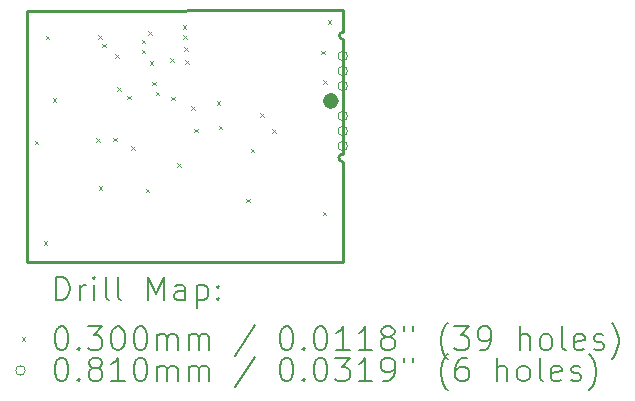
<source format=gbr>
%TF.GenerationSoftware,KiCad,Pcbnew,8.0.4+dfsg-1*%
%TF.CreationDate,2025-01-09T13:19:55-05:00*%
%TF.ProjectId,tag,7461672e-6b69-4636-9164-5f7063625858,1*%
%TF.SameCoordinates,Original*%
%TF.FileFunction,Drillmap*%
%TF.FilePolarity,Positive*%
%FSLAX45Y45*%
G04 Gerber Fmt 4.5, Leading zero omitted, Abs format (unit mm)*
G04 Created by KiCad (PCBNEW 8.0.4+dfsg-1) date 2025-01-09 13:19:55*
%MOMM*%
%LPD*%
G01*
G04 APERTURE LIST*
%ADD10C,0.254000*%
%ADD11C,0.250000*%
%ADD12C,0.677000*%
%ADD13C,0.200000*%
%ADD14C,0.100000*%
G04 APERTURE END LIST*
D10*
X8388000Y-2865000D02*
G75*
G02*
X8388000Y-2801000I0J32000D01*
G01*
D11*
X5709000Y-2622000D02*
X8388000Y-2619000D01*
D10*
X8383000Y-3899000D02*
G75*
G02*
X8383000Y-3835000I0J32000D01*
G01*
X8388000Y-2801000D02*
X8388000Y-2619000D01*
X8383000Y-3835000D02*
X8388000Y-2865000D01*
D12*
X8316850Y-3386000D02*
G75*
G02*
X8249150Y-3386000I-33850J0D01*
G01*
X8249150Y-3386000D02*
G75*
G02*
X8316850Y-3386000I33850J0D01*
G01*
D10*
X8383000Y-3899000D02*
X8382750Y-4750750D01*
X8382750Y-4750750D02*
X5710500Y-4750750D01*
X5710500Y-4750750D02*
X5709000Y-2622000D01*
D13*
D14*
X5777000Y-3722000D02*
X5807000Y-3752000D01*
X5807000Y-3722000D02*
X5777000Y-3752000D01*
X5853000Y-4575000D02*
X5883000Y-4605000D01*
X5883000Y-4575000D02*
X5853000Y-4605000D01*
X5869000Y-2832000D02*
X5899000Y-2862000D01*
X5899000Y-2832000D02*
X5869000Y-2862000D01*
X5927000Y-3362000D02*
X5957000Y-3392000D01*
X5957000Y-3362000D02*
X5927000Y-3392000D01*
X6295000Y-3702000D02*
X6325000Y-3732000D01*
X6325000Y-3702000D02*
X6295000Y-3732000D01*
X6311836Y-2828142D02*
X6341836Y-2858142D01*
X6341836Y-2828142D02*
X6311836Y-2858142D01*
X6318000Y-4109000D02*
X6348000Y-4139000D01*
X6348000Y-4109000D02*
X6318000Y-4139000D01*
X6347000Y-2900000D02*
X6377000Y-2930000D01*
X6377000Y-2900000D02*
X6347000Y-2930000D01*
X6443000Y-3699000D02*
X6473000Y-3729000D01*
X6473000Y-3699000D02*
X6443000Y-3729000D01*
X6456000Y-2989000D02*
X6486000Y-3019000D01*
X6486000Y-2989000D02*
X6456000Y-3019000D01*
X6476000Y-3269000D02*
X6506000Y-3299000D01*
X6506000Y-3269000D02*
X6476000Y-3299000D01*
X6560000Y-3341000D02*
X6590000Y-3371000D01*
X6590000Y-3341000D02*
X6560000Y-3371000D01*
X6593000Y-3771000D02*
X6623000Y-3801000D01*
X6623000Y-3771000D02*
X6593000Y-3801000D01*
X6684000Y-2868000D02*
X6714000Y-2898000D01*
X6714000Y-2868000D02*
X6684000Y-2898000D01*
X6684000Y-2951000D02*
X6714000Y-2981000D01*
X6714000Y-2951000D02*
X6684000Y-2981000D01*
X6718000Y-4130000D02*
X6748000Y-4160000D01*
X6748000Y-4130000D02*
X6718000Y-4160000D01*
X6738000Y-2795000D02*
X6768000Y-2825000D01*
X6768000Y-2795000D02*
X6738000Y-2825000D01*
X6750000Y-3050000D02*
X6780000Y-3080000D01*
X6780000Y-3050000D02*
X6750000Y-3080000D01*
X6772853Y-3224000D02*
X6802853Y-3254000D01*
X6802853Y-3224000D02*
X6772853Y-3254000D01*
X6799000Y-3308000D02*
X6829000Y-3338000D01*
X6829000Y-3308000D02*
X6799000Y-3338000D01*
X6922000Y-3022000D02*
X6952000Y-3052000D01*
X6952000Y-3022000D02*
X6922000Y-3052000D01*
X6934000Y-3351000D02*
X6964000Y-3381000D01*
X6964000Y-3351000D02*
X6934000Y-3381000D01*
X6984500Y-3911000D02*
X7014500Y-3941000D01*
X7014500Y-3911000D02*
X6984500Y-3941000D01*
X7031000Y-2744000D02*
X7061000Y-2774000D01*
X7061000Y-2744000D02*
X7031000Y-2774000D01*
X7033000Y-2831000D02*
X7063000Y-2861000D01*
X7063000Y-2831000D02*
X7033000Y-2861000D01*
X7042000Y-2931000D02*
X7072000Y-2961000D01*
X7072000Y-2931000D02*
X7042000Y-2961000D01*
X7050000Y-3040000D02*
X7080000Y-3070000D01*
X7080000Y-3040000D02*
X7050000Y-3070000D01*
X7100000Y-3429000D02*
X7130000Y-3459000D01*
X7130000Y-3429000D02*
X7100000Y-3459000D01*
X7129000Y-3622000D02*
X7159000Y-3652000D01*
X7159000Y-3622000D02*
X7129000Y-3652000D01*
X7317000Y-3389000D02*
X7347000Y-3419000D01*
X7347000Y-3389000D02*
X7317000Y-3419000D01*
X7335000Y-3596000D02*
X7365000Y-3626000D01*
X7365000Y-3596000D02*
X7335000Y-3626000D01*
X7566444Y-4214373D02*
X7596444Y-4244373D01*
X7596444Y-4214373D02*
X7566444Y-4244373D01*
X7605000Y-3789500D02*
X7635000Y-3819500D01*
X7635000Y-3789500D02*
X7605000Y-3819500D01*
X7686000Y-3490000D02*
X7716000Y-3520000D01*
X7716000Y-3490000D02*
X7686000Y-3520000D01*
X7786000Y-3623000D02*
X7816000Y-3653000D01*
X7816000Y-3623000D02*
X7786000Y-3653000D01*
X8200000Y-2962000D02*
X8230000Y-2992000D01*
X8230000Y-2962000D02*
X8200000Y-2992000D01*
X8215000Y-4324000D02*
X8245000Y-4354000D01*
X8245000Y-4324000D02*
X8215000Y-4354000D01*
X8217000Y-3208000D02*
X8247000Y-3238000D01*
X8247000Y-3208000D02*
X8217000Y-3238000D01*
X8257000Y-2702000D02*
X8287000Y-2732000D01*
X8287000Y-2702000D02*
X8257000Y-2732000D01*
X8424500Y-3005000D02*
G75*
G02*
X8343500Y-3005000I-40500J0D01*
G01*
X8343500Y-3005000D02*
G75*
G02*
X8424500Y-3005000I40500J0D01*
G01*
X8424500Y-3132000D02*
G75*
G02*
X8343500Y-3132000I-40500J0D01*
G01*
X8343500Y-3132000D02*
G75*
G02*
X8424500Y-3132000I40500J0D01*
G01*
X8424500Y-3259000D02*
G75*
G02*
X8343500Y-3259000I-40500J0D01*
G01*
X8343500Y-3259000D02*
G75*
G02*
X8424500Y-3259000I40500J0D01*
G01*
X8424500Y-3513000D02*
G75*
G02*
X8343500Y-3513000I-40500J0D01*
G01*
X8343500Y-3513000D02*
G75*
G02*
X8424500Y-3513000I40500J0D01*
G01*
X8424500Y-3640000D02*
G75*
G02*
X8343500Y-3640000I-40500J0D01*
G01*
X8343500Y-3640000D02*
G75*
G02*
X8424500Y-3640000I40500J0D01*
G01*
X8424500Y-3767000D02*
G75*
G02*
X8343500Y-3767000I-40500J0D01*
G01*
X8343500Y-3767000D02*
G75*
G02*
X8424500Y-3767000I40500J0D01*
G01*
D13*
X5957077Y-5074934D02*
X5957077Y-4874934D01*
X5957077Y-4874934D02*
X6004696Y-4874934D01*
X6004696Y-4874934D02*
X6033267Y-4884458D01*
X6033267Y-4884458D02*
X6052315Y-4903505D01*
X6052315Y-4903505D02*
X6061839Y-4922553D01*
X6061839Y-4922553D02*
X6071362Y-4960648D01*
X6071362Y-4960648D02*
X6071362Y-4989220D01*
X6071362Y-4989220D02*
X6061839Y-5027315D01*
X6061839Y-5027315D02*
X6052315Y-5046362D01*
X6052315Y-5046362D02*
X6033267Y-5065410D01*
X6033267Y-5065410D02*
X6004696Y-5074934D01*
X6004696Y-5074934D02*
X5957077Y-5074934D01*
X6157077Y-5074934D02*
X6157077Y-4941600D01*
X6157077Y-4979696D02*
X6166601Y-4960648D01*
X6166601Y-4960648D02*
X6176124Y-4951124D01*
X6176124Y-4951124D02*
X6195172Y-4941600D01*
X6195172Y-4941600D02*
X6214220Y-4941600D01*
X6280886Y-5074934D02*
X6280886Y-4941600D01*
X6280886Y-4874934D02*
X6271362Y-4884458D01*
X6271362Y-4884458D02*
X6280886Y-4893981D01*
X6280886Y-4893981D02*
X6290410Y-4884458D01*
X6290410Y-4884458D02*
X6280886Y-4874934D01*
X6280886Y-4874934D02*
X6280886Y-4893981D01*
X6404696Y-5074934D02*
X6385648Y-5065410D01*
X6385648Y-5065410D02*
X6376124Y-5046362D01*
X6376124Y-5046362D02*
X6376124Y-4874934D01*
X6509458Y-5074934D02*
X6490410Y-5065410D01*
X6490410Y-5065410D02*
X6480886Y-5046362D01*
X6480886Y-5046362D02*
X6480886Y-4874934D01*
X6738029Y-5074934D02*
X6738029Y-4874934D01*
X6738029Y-4874934D02*
X6804696Y-5017791D01*
X6804696Y-5017791D02*
X6871362Y-4874934D01*
X6871362Y-4874934D02*
X6871362Y-5074934D01*
X7052315Y-5074934D02*
X7052315Y-4970172D01*
X7052315Y-4970172D02*
X7042791Y-4951124D01*
X7042791Y-4951124D02*
X7023743Y-4941600D01*
X7023743Y-4941600D02*
X6985648Y-4941600D01*
X6985648Y-4941600D02*
X6966601Y-4951124D01*
X7052315Y-5065410D02*
X7033267Y-5074934D01*
X7033267Y-5074934D02*
X6985648Y-5074934D01*
X6985648Y-5074934D02*
X6966601Y-5065410D01*
X6966601Y-5065410D02*
X6957077Y-5046362D01*
X6957077Y-5046362D02*
X6957077Y-5027315D01*
X6957077Y-5027315D02*
X6966601Y-5008267D01*
X6966601Y-5008267D02*
X6985648Y-4998743D01*
X6985648Y-4998743D02*
X7033267Y-4998743D01*
X7033267Y-4998743D02*
X7052315Y-4989220D01*
X7147553Y-4941600D02*
X7147553Y-5141600D01*
X7147553Y-4951124D02*
X7166601Y-4941600D01*
X7166601Y-4941600D02*
X7204696Y-4941600D01*
X7204696Y-4941600D02*
X7223743Y-4951124D01*
X7223743Y-4951124D02*
X7233267Y-4960648D01*
X7233267Y-4960648D02*
X7242791Y-4979696D01*
X7242791Y-4979696D02*
X7242791Y-5036839D01*
X7242791Y-5036839D02*
X7233267Y-5055886D01*
X7233267Y-5055886D02*
X7223743Y-5065410D01*
X7223743Y-5065410D02*
X7204696Y-5074934D01*
X7204696Y-5074934D02*
X7166601Y-5074934D01*
X7166601Y-5074934D02*
X7147553Y-5065410D01*
X7328505Y-5055886D02*
X7338029Y-5065410D01*
X7338029Y-5065410D02*
X7328505Y-5074934D01*
X7328505Y-5074934D02*
X7318982Y-5065410D01*
X7318982Y-5065410D02*
X7328505Y-5055886D01*
X7328505Y-5055886D02*
X7328505Y-5074934D01*
X7328505Y-4951124D02*
X7338029Y-4960648D01*
X7338029Y-4960648D02*
X7328505Y-4970172D01*
X7328505Y-4970172D02*
X7318982Y-4960648D01*
X7318982Y-4960648D02*
X7328505Y-4951124D01*
X7328505Y-4951124D02*
X7328505Y-4970172D01*
D14*
X5666300Y-5388450D02*
X5696300Y-5418450D01*
X5696300Y-5388450D02*
X5666300Y-5418450D01*
D13*
X5995172Y-5294934D02*
X6014220Y-5294934D01*
X6014220Y-5294934D02*
X6033267Y-5304458D01*
X6033267Y-5304458D02*
X6042791Y-5313981D01*
X6042791Y-5313981D02*
X6052315Y-5333029D01*
X6052315Y-5333029D02*
X6061839Y-5371124D01*
X6061839Y-5371124D02*
X6061839Y-5418743D01*
X6061839Y-5418743D02*
X6052315Y-5456839D01*
X6052315Y-5456839D02*
X6042791Y-5475886D01*
X6042791Y-5475886D02*
X6033267Y-5485410D01*
X6033267Y-5485410D02*
X6014220Y-5494934D01*
X6014220Y-5494934D02*
X5995172Y-5494934D01*
X5995172Y-5494934D02*
X5976124Y-5485410D01*
X5976124Y-5485410D02*
X5966601Y-5475886D01*
X5966601Y-5475886D02*
X5957077Y-5456839D01*
X5957077Y-5456839D02*
X5947553Y-5418743D01*
X5947553Y-5418743D02*
X5947553Y-5371124D01*
X5947553Y-5371124D02*
X5957077Y-5333029D01*
X5957077Y-5333029D02*
X5966601Y-5313981D01*
X5966601Y-5313981D02*
X5976124Y-5304458D01*
X5976124Y-5304458D02*
X5995172Y-5294934D01*
X6147553Y-5475886D02*
X6157077Y-5485410D01*
X6157077Y-5485410D02*
X6147553Y-5494934D01*
X6147553Y-5494934D02*
X6138029Y-5485410D01*
X6138029Y-5485410D02*
X6147553Y-5475886D01*
X6147553Y-5475886D02*
X6147553Y-5494934D01*
X6223743Y-5294934D02*
X6347553Y-5294934D01*
X6347553Y-5294934D02*
X6280886Y-5371124D01*
X6280886Y-5371124D02*
X6309458Y-5371124D01*
X6309458Y-5371124D02*
X6328505Y-5380648D01*
X6328505Y-5380648D02*
X6338029Y-5390172D01*
X6338029Y-5390172D02*
X6347553Y-5409220D01*
X6347553Y-5409220D02*
X6347553Y-5456839D01*
X6347553Y-5456839D02*
X6338029Y-5475886D01*
X6338029Y-5475886D02*
X6328505Y-5485410D01*
X6328505Y-5485410D02*
X6309458Y-5494934D01*
X6309458Y-5494934D02*
X6252315Y-5494934D01*
X6252315Y-5494934D02*
X6233267Y-5485410D01*
X6233267Y-5485410D02*
X6223743Y-5475886D01*
X6471362Y-5294934D02*
X6490410Y-5294934D01*
X6490410Y-5294934D02*
X6509458Y-5304458D01*
X6509458Y-5304458D02*
X6518982Y-5313981D01*
X6518982Y-5313981D02*
X6528505Y-5333029D01*
X6528505Y-5333029D02*
X6538029Y-5371124D01*
X6538029Y-5371124D02*
X6538029Y-5418743D01*
X6538029Y-5418743D02*
X6528505Y-5456839D01*
X6528505Y-5456839D02*
X6518982Y-5475886D01*
X6518982Y-5475886D02*
X6509458Y-5485410D01*
X6509458Y-5485410D02*
X6490410Y-5494934D01*
X6490410Y-5494934D02*
X6471362Y-5494934D01*
X6471362Y-5494934D02*
X6452315Y-5485410D01*
X6452315Y-5485410D02*
X6442791Y-5475886D01*
X6442791Y-5475886D02*
X6433267Y-5456839D01*
X6433267Y-5456839D02*
X6423743Y-5418743D01*
X6423743Y-5418743D02*
X6423743Y-5371124D01*
X6423743Y-5371124D02*
X6433267Y-5333029D01*
X6433267Y-5333029D02*
X6442791Y-5313981D01*
X6442791Y-5313981D02*
X6452315Y-5304458D01*
X6452315Y-5304458D02*
X6471362Y-5294934D01*
X6661839Y-5294934D02*
X6680886Y-5294934D01*
X6680886Y-5294934D02*
X6699934Y-5304458D01*
X6699934Y-5304458D02*
X6709458Y-5313981D01*
X6709458Y-5313981D02*
X6718982Y-5333029D01*
X6718982Y-5333029D02*
X6728505Y-5371124D01*
X6728505Y-5371124D02*
X6728505Y-5418743D01*
X6728505Y-5418743D02*
X6718982Y-5456839D01*
X6718982Y-5456839D02*
X6709458Y-5475886D01*
X6709458Y-5475886D02*
X6699934Y-5485410D01*
X6699934Y-5485410D02*
X6680886Y-5494934D01*
X6680886Y-5494934D02*
X6661839Y-5494934D01*
X6661839Y-5494934D02*
X6642791Y-5485410D01*
X6642791Y-5485410D02*
X6633267Y-5475886D01*
X6633267Y-5475886D02*
X6623743Y-5456839D01*
X6623743Y-5456839D02*
X6614220Y-5418743D01*
X6614220Y-5418743D02*
X6614220Y-5371124D01*
X6614220Y-5371124D02*
X6623743Y-5333029D01*
X6623743Y-5333029D02*
X6633267Y-5313981D01*
X6633267Y-5313981D02*
X6642791Y-5304458D01*
X6642791Y-5304458D02*
X6661839Y-5294934D01*
X6814220Y-5494934D02*
X6814220Y-5361600D01*
X6814220Y-5380648D02*
X6823743Y-5371124D01*
X6823743Y-5371124D02*
X6842791Y-5361600D01*
X6842791Y-5361600D02*
X6871363Y-5361600D01*
X6871363Y-5361600D02*
X6890410Y-5371124D01*
X6890410Y-5371124D02*
X6899934Y-5390172D01*
X6899934Y-5390172D02*
X6899934Y-5494934D01*
X6899934Y-5390172D02*
X6909458Y-5371124D01*
X6909458Y-5371124D02*
X6928505Y-5361600D01*
X6928505Y-5361600D02*
X6957077Y-5361600D01*
X6957077Y-5361600D02*
X6976124Y-5371124D01*
X6976124Y-5371124D02*
X6985648Y-5390172D01*
X6985648Y-5390172D02*
X6985648Y-5494934D01*
X7080886Y-5494934D02*
X7080886Y-5361600D01*
X7080886Y-5380648D02*
X7090410Y-5371124D01*
X7090410Y-5371124D02*
X7109458Y-5361600D01*
X7109458Y-5361600D02*
X7138029Y-5361600D01*
X7138029Y-5361600D02*
X7157077Y-5371124D01*
X7157077Y-5371124D02*
X7166601Y-5390172D01*
X7166601Y-5390172D02*
X7166601Y-5494934D01*
X7166601Y-5390172D02*
X7176124Y-5371124D01*
X7176124Y-5371124D02*
X7195172Y-5361600D01*
X7195172Y-5361600D02*
X7223743Y-5361600D01*
X7223743Y-5361600D02*
X7242791Y-5371124D01*
X7242791Y-5371124D02*
X7252315Y-5390172D01*
X7252315Y-5390172D02*
X7252315Y-5494934D01*
X7642791Y-5285410D02*
X7471363Y-5542553D01*
X7899934Y-5294934D02*
X7918982Y-5294934D01*
X7918982Y-5294934D02*
X7938029Y-5304458D01*
X7938029Y-5304458D02*
X7947553Y-5313981D01*
X7947553Y-5313981D02*
X7957077Y-5333029D01*
X7957077Y-5333029D02*
X7966601Y-5371124D01*
X7966601Y-5371124D02*
X7966601Y-5418743D01*
X7966601Y-5418743D02*
X7957077Y-5456839D01*
X7957077Y-5456839D02*
X7947553Y-5475886D01*
X7947553Y-5475886D02*
X7938029Y-5485410D01*
X7938029Y-5485410D02*
X7918982Y-5494934D01*
X7918982Y-5494934D02*
X7899934Y-5494934D01*
X7899934Y-5494934D02*
X7880886Y-5485410D01*
X7880886Y-5485410D02*
X7871363Y-5475886D01*
X7871363Y-5475886D02*
X7861839Y-5456839D01*
X7861839Y-5456839D02*
X7852315Y-5418743D01*
X7852315Y-5418743D02*
X7852315Y-5371124D01*
X7852315Y-5371124D02*
X7861839Y-5333029D01*
X7861839Y-5333029D02*
X7871363Y-5313981D01*
X7871363Y-5313981D02*
X7880886Y-5304458D01*
X7880886Y-5304458D02*
X7899934Y-5294934D01*
X8052315Y-5475886D02*
X8061839Y-5485410D01*
X8061839Y-5485410D02*
X8052315Y-5494934D01*
X8052315Y-5494934D02*
X8042791Y-5485410D01*
X8042791Y-5485410D02*
X8052315Y-5475886D01*
X8052315Y-5475886D02*
X8052315Y-5494934D01*
X8185648Y-5294934D02*
X8204696Y-5294934D01*
X8204696Y-5294934D02*
X8223744Y-5304458D01*
X8223744Y-5304458D02*
X8233267Y-5313981D01*
X8233267Y-5313981D02*
X8242791Y-5333029D01*
X8242791Y-5333029D02*
X8252315Y-5371124D01*
X8252315Y-5371124D02*
X8252315Y-5418743D01*
X8252315Y-5418743D02*
X8242791Y-5456839D01*
X8242791Y-5456839D02*
X8233267Y-5475886D01*
X8233267Y-5475886D02*
X8223744Y-5485410D01*
X8223744Y-5485410D02*
X8204696Y-5494934D01*
X8204696Y-5494934D02*
X8185648Y-5494934D01*
X8185648Y-5494934D02*
X8166601Y-5485410D01*
X8166601Y-5485410D02*
X8157077Y-5475886D01*
X8157077Y-5475886D02*
X8147553Y-5456839D01*
X8147553Y-5456839D02*
X8138029Y-5418743D01*
X8138029Y-5418743D02*
X8138029Y-5371124D01*
X8138029Y-5371124D02*
X8147553Y-5333029D01*
X8147553Y-5333029D02*
X8157077Y-5313981D01*
X8157077Y-5313981D02*
X8166601Y-5304458D01*
X8166601Y-5304458D02*
X8185648Y-5294934D01*
X8442791Y-5494934D02*
X8328506Y-5494934D01*
X8385648Y-5494934D02*
X8385648Y-5294934D01*
X8385648Y-5294934D02*
X8366601Y-5323505D01*
X8366601Y-5323505D02*
X8347553Y-5342553D01*
X8347553Y-5342553D02*
X8328506Y-5352077D01*
X8633268Y-5494934D02*
X8518982Y-5494934D01*
X8576125Y-5494934D02*
X8576125Y-5294934D01*
X8576125Y-5294934D02*
X8557077Y-5323505D01*
X8557077Y-5323505D02*
X8538029Y-5342553D01*
X8538029Y-5342553D02*
X8518982Y-5352077D01*
X8747553Y-5380648D02*
X8728506Y-5371124D01*
X8728506Y-5371124D02*
X8718982Y-5361600D01*
X8718982Y-5361600D02*
X8709458Y-5342553D01*
X8709458Y-5342553D02*
X8709458Y-5333029D01*
X8709458Y-5333029D02*
X8718982Y-5313981D01*
X8718982Y-5313981D02*
X8728506Y-5304458D01*
X8728506Y-5304458D02*
X8747553Y-5294934D01*
X8747553Y-5294934D02*
X8785649Y-5294934D01*
X8785649Y-5294934D02*
X8804696Y-5304458D01*
X8804696Y-5304458D02*
X8814220Y-5313981D01*
X8814220Y-5313981D02*
X8823744Y-5333029D01*
X8823744Y-5333029D02*
X8823744Y-5342553D01*
X8823744Y-5342553D02*
X8814220Y-5361600D01*
X8814220Y-5361600D02*
X8804696Y-5371124D01*
X8804696Y-5371124D02*
X8785649Y-5380648D01*
X8785649Y-5380648D02*
X8747553Y-5380648D01*
X8747553Y-5380648D02*
X8728506Y-5390172D01*
X8728506Y-5390172D02*
X8718982Y-5399696D01*
X8718982Y-5399696D02*
X8709458Y-5418743D01*
X8709458Y-5418743D02*
X8709458Y-5456839D01*
X8709458Y-5456839D02*
X8718982Y-5475886D01*
X8718982Y-5475886D02*
X8728506Y-5485410D01*
X8728506Y-5485410D02*
X8747553Y-5494934D01*
X8747553Y-5494934D02*
X8785649Y-5494934D01*
X8785649Y-5494934D02*
X8804696Y-5485410D01*
X8804696Y-5485410D02*
X8814220Y-5475886D01*
X8814220Y-5475886D02*
X8823744Y-5456839D01*
X8823744Y-5456839D02*
X8823744Y-5418743D01*
X8823744Y-5418743D02*
X8814220Y-5399696D01*
X8814220Y-5399696D02*
X8804696Y-5390172D01*
X8804696Y-5390172D02*
X8785649Y-5380648D01*
X8899934Y-5294934D02*
X8899934Y-5333029D01*
X8976125Y-5294934D02*
X8976125Y-5333029D01*
X9271363Y-5571124D02*
X9261839Y-5561600D01*
X9261839Y-5561600D02*
X9242791Y-5533029D01*
X9242791Y-5533029D02*
X9233268Y-5513981D01*
X9233268Y-5513981D02*
X9223744Y-5485410D01*
X9223744Y-5485410D02*
X9214220Y-5437791D01*
X9214220Y-5437791D02*
X9214220Y-5399696D01*
X9214220Y-5399696D02*
X9223744Y-5352077D01*
X9223744Y-5352077D02*
X9233268Y-5323505D01*
X9233268Y-5323505D02*
X9242791Y-5304458D01*
X9242791Y-5304458D02*
X9261839Y-5275886D01*
X9261839Y-5275886D02*
X9271363Y-5266362D01*
X9328506Y-5294934D02*
X9452315Y-5294934D01*
X9452315Y-5294934D02*
X9385649Y-5371124D01*
X9385649Y-5371124D02*
X9414220Y-5371124D01*
X9414220Y-5371124D02*
X9433268Y-5380648D01*
X9433268Y-5380648D02*
X9442791Y-5390172D01*
X9442791Y-5390172D02*
X9452315Y-5409220D01*
X9452315Y-5409220D02*
X9452315Y-5456839D01*
X9452315Y-5456839D02*
X9442791Y-5475886D01*
X9442791Y-5475886D02*
X9433268Y-5485410D01*
X9433268Y-5485410D02*
X9414220Y-5494934D01*
X9414220Y-5494934D02*
X9357077Y-5494934D01*
X9357077Y-5494934D02*
X9338030Y-5485410D01*
X9338030Y-5485410D02*
X9328506Y-5475886D01*
X9547553Y-5494934D02*
X9585649Y-5494934D01*
X9585649Y-5494934D02*
X9604696Y-5485410D01*
X9604696Y-5485410D02*
X9614220Y-5475886D01*
X9614220Y-5475886D02*
X9633268Y-5447315D01*
X9633268Y-5447315D02*
X9642791Y-5409220D01*
X9642791Y-5409220D02*
X9642791Y-5333029D01*
X9642791Y-5333029D02*
X9633268Y-5313981D01*
X9633268Y-5313981D02*
X9623744Y-5304458D01*
X9623744Y-5304458D02*
X9604696Y-5294934D01*
X9604696Y-5294934D02*
X9566601Y-5294934D01*
X9566601Y-5294934D02*
X9547553Y-5304458D01*
X9547553Y-5304458D02*
X9538030Y-5313981D01*
X9538030Y-5313981D02*
X9528506Y-5333029D01*
X9528506Y-5333029D02*
X9528506Y-5380648D01*
X9528506Y-5380648D02*
X9538030Y-5399696D01*
X9538030Y-5399696D02*
X9547553Y-5409220D01*
X9547553Y-5409220D02*
X9566601Y-5418743D01*
X9566601Y-5418743D02*
X9604696Y-5418743D01*
X9604696Y-5418743D02*
X9623744Y-5409220D01*
X9623744Y-5409220D02*
X9633268Y-5399696D01*
X9633268Y-5399696D02*
X9642791Y-5380648D01*
X9880887Y-5494934D02*
X9880887Y-5294934D01*
X9966601Y-5494934D02*
X9966601Y-5390172D01*
X9966601Y-5390172D02*
X9957077Y-5371124D01*
X9957077Y-5371124D02*
X9938030Y-5361600D01*
X9938030Y-5361600D02*
X9909458Y-5361600D01*
X9909458Y-5361600D02*
X9890411Y-5371124D01*
X9890411Y-5371124D02*
X9880887Y-5380648D01*
X10090411Y-5494934D02*
X10071363Y-5485410D01*
X10071363Y-5485410D02*
X10061839Y-5475886D01*
X10061839Y-5475886D02*
X10052315Y-5456839D01*
X10052315Y-5456839D02*
X10052315Y-5399696D01*
X10052315Y-5399696D02*
X10061839Y-5380648D01*
X10061839Y-5380648D02*
X10071363Y-5371124D01*
X10071363Y-5371124D02*
X10090411Y-5361600D01*
X10090411Y-5361600D02*
X10118982Y-5361600D01*
X10118982Y-5361600D02*
X10138030Y-5371124D01*
X10138030Y-5371124D02*
X10147553Y-5380648D01*
X10147553Y-5380648D02*
X10157077Y-5399696D01*
X10157077Y-5399696D02*
X10157077Y-5456839D01*
X10157077Y-5456839D02*
X10147553Y-5475886D01*
X10147553Y-5475886D02*
X10138030Y-5485410D01*
X10138030Y-5485410D02*
X10118982Y-5494934D01*
X10118982Y-5494934D02*
X10090411Y-5494934D01*
X10271363Y-5494934D02*
X10252315Y-5485410D01*
X10252315Y-5485410D02*
X10242792Y-5466362D01*
X10242792Y-5466362D02*
X10242792Y-5294934D01*
X10423744Y-5485410D02*
X10404696Y-5494934D01*
X10404696Y-5494934D02*
X10366601Y-5494934D01*
X10366601Y-5494934D02*
X10347553Y-5485410D01*
X10347553Y-5485410D02*
X10338030Y-5466362D01*
X10338030Y-5466362D02*
X10338030Y-5390172D01*
X10338030Y-5390172D02*
X10347553Y-5371124D01*
X10347553Y-5371124D02*
X10366601Y-5361600D01*
X10366601Y-5361600D02*
X10404696Y-5361600D01*
X10404696Y-5361600D02*
X10423744Y-5371124D01*
X10423744Y-5371124D02*
X10433268Y-5390172D01*
X10433268Y-5390172D02*
X10433268Y-5409220D01*
X10433268Y-5409220D02*
X10338030Y-5428267D01*
X10509458Y-5485410D02*
X10528506Y-5494934D01*
X10528506Y-5494934D02*
X10566601Y-5494934D01*
X10566601Y-5494934D02*
X10585649Y-5485410D01*
X10585649Y-5485410D02*
X10595173Y-5466362D01*
X10595173Y-5466362D02*
X10595173Y-5456839D01*
X10595173Y-5456839D02*
X10585649Y-5437791D01*
X10585649Y-5437791D02*
X10566601Y-5428267D01*
X10566601Y-5428267D02*
X10538030Y-5428267D01*
X10538030Y-5428267D02*
X10518982Y-5418743D01*
X10518982Y-5418743D02*
X10509458Y-5399696D01*
X10509458Y-5399696D02*
X10509458Y-5390172D01*
X10509458Y-5390172D02*
X10518982Y-5371124D01*
X10518982Y-5371124D02*
X10538030Y-5361600D01*
X10538030Y-5361600D02*
X10566601Y-5361600D01*
X10566601Y-5361600D02*
X10585649Y-5371124D01*
X10661839Y-5571124D02*
X10671363Y-5561600D01*
X10671363Y-5561600D02*
X10690411Y-5533029D01*
X10690411Y-5533029D02*
X10699934Y-5513981D01*
X10699934Y-5513981D02*
X10709458Y-5485410D01*
X10709458Y-5485410D02*
X10718982Y-5437791D01*
X10718982Y-5437791D02*
X10718982Y-5399696D01*
X10718982Y-5399696D02*
X10709458Y-5352077D01*
X10709458Y-5352077D02*
X10699934Y-5323505D01*
X10699934Y-5323505D02*
X10690411Y-5304458D01*
X10690411Y-5304458D02*
X10671363Y-5275886D01*
X10671363Y-5275886D02*
X10661839Y-5266362D01*
D14*
X5696300Y-5667450D02*
G75*
G02*
X5615300Y-5667450I-40500J0D01*
G01*
X5615300Y-5667450D02*
G75*
G02*
X5696300Y-5667450I40500J0D01*
G01*
D13*
X5995172Y-5558934D02*
X6014220Y-5558934D01*
X6014220Y-5558934D02*
X6033267Y-5568458D01*
X6033267Y-5568458D02*
X6042791Y-5577981D01*
X6042791Y-5577981D02*
X6052315Y-5597029D01*
X6052315Y-5597029D02*
X6061839Y-5635124D01*
X6061839Y-5635124D02*
X6061839Y-5682743D01*
X6061839Y-5682743D02*
X6052315Y-5720838D01*
X6052315Y-5720838D02*
X6042791Y-5739886D01*
X6042791Y-5739886D02*
X6033267Y-5749410D01*
X6033267Y-5749410D02*
X6014220Y-5758934D01*
X6014220Y-5758934D02*
X5995172Y-5758934D01*
X5995172Y-5758934D02*
X5976124Y-5749410D01*
X5976124Y-5749410D02*
X5966601Y-5739886D01*
X5966601Y-5739886D02*
X5957077Y-5720838D01*
X5957077Y-5720838D02*
X5947553Y-5682743D01*
X5947553Y-5682743D02*
X5947553Y-5635124D01*
X5947553Y-5635124D02*
X5957077Y-5597029D01*
X5957077Y-5597029D02*
X5966601Y-5577981D01*
X5966601Y-5577981D02*
X5976124Y-5568458D01*
X5976124Y-5568458D02*
X5995172Y-5558934D01*
X6147553Y-5739886D02*
X6157077Y-5749410D01*
X6157077Y-5749410D02*
X6147553Y-5758934D01*
X6147553Y-5758934D02*
X6138029Y-5749410D01*
X6138029Y-5749410D02*
X6147553Y-5739886D01*
X6147553Y-5739886D02*
X6147553Y-5758934D01*
X6271362Y-5644648D02*
X6252315Y-5635124D01*
X6252315Y-5635124D02*
X6242791Y-5625600D01*
X6242791Y-5625600D02*
X6233267Y-5606553D01*
X6233267Y-5606553D02*
X6233267Y-5597029D01*
X6233267Y-5597029D02*
X6242791Y-5577981D01*
X6242791Y-5577981D02*
X6252315Y-5568458D01*
X6252315Y-5568458D02*
X6271362Y-5558934D01*
X6271362Y-5558934D02*
X6309458Y-5558934D01*
X6309458Y-5558934D02*
X6328505Y-5568458D01*
X6328505Y-5568458D02*
X6338029Y-5577981D01*
X6338029Y-5577981D02*
X6347553Y-5597029D01*
X6347553Y-5597029D02*
X6347553Y-5606553D01*
X6347553Y-5606553D02*
X6338029Y-5625600D01*
X6338029Y-5625600D02*
X6328505Y-5635124D01*
X6328505Y-5635124D02*
X6309458Y-5644648D01*
X6309458Y-5644648D02*
X6271362Y-5644648D01*
X6271362Y-5644648D02*
X6252315Y-5654172D01*
X6252315Y-5654172D02*
X6242791Y-5663696D01*
X6242791Y-5663696D02*
X6233267Y-5682743D01*
X6233267Y-5682743D02*
X6233267Y-5720838D01*
X6233267Y-5720838D02*
X6242791Y-5739886D01*
X6242791Y-5739886D02*
X6252315Y-5749410D01*
X6252315Y-5749410D02*
X6271362Y-5758934D01*
X6271362Y-5758934D02*
X6309458Y-5758934D01*
X6309458Y-5758934D02*
X6328505Y-5749410D01*
X6328505Y-5749410D02*
X6338029Y-5739886D01*
X6338029Y-5739886D02*
X6347553Y-5720838D01*
X6347553Y-5720838D02*
X6347553Y-5682743D01*
X6347553Y-5682743D02*
X6338029Y-5663696D01*
X6338029Y-5663696D02*
X6328505Y-5654172D01*
X6328505Y-5654172D02*
X6309458Y-5644648D01*
X6538029Y-5758934D02*
X6423743Y-5758934D01*
X6480886Y-5758934D02*
X6480886Y-5558934D01*
X6480886Y-5558934D02*
X6461839Y-5587505D01*
X6461839Y-5587505D02*
X6442791Y-5606553D01*
X6442791Y-5606553D02*
X6423743Y-5616077D01*
X6661839Y-5558934D02*
X6680886Y-5558934D01*
X6680886Y-5558934D02*
X6699934Y-5568458D01*
X6699934Y-5568458D02*
X6709458Y-5577981D01*
X6709458Y-5577981D02*
X6718982Y-5597029D01*
X6718982Y-5597029D02*
X6728505Y-5635124D01*
X6728505Y-5635124D02*
X6728505Y-5682743D01*
X6728505Y-5682743D02*
X6718982Y-5720838D01*
X6718982Y-5720838D02*
X6709458Y-5739886D01*
X6709458Y-5739886D02*
X6699934Y-5749410D01*
X6699934Y-5749410D02*
X6680886Y-5758934D01*
X6680886Y-5758934D02*
X6661839Y-5758934D01*
X6661839Y-5758934D02*
X6642791Y-5749410D01*
X6642791Y-5749410D02*
X6633267Y-5739886D01*
X6633267Y-5739886D02*
X6623743Y-5720838D01*
X6623743Y-5720838D02*
X6614220Y-5682743D01*
X6614220Y-5682743D02*
X6614220Y-5635124D01*
X6614220Y-5635124D02*
X6623743Y-5597029D01*
X6623743Y-5597029D02*
X6633267Y-5577981D01*
X6633267Y-5577981D02*
X6642791Y-5568458D01*
X6642791Y-5568458D02*
X6661839Y-5558934D01*
X6814220Y-5758934D02*
X6814220Y-5625600D01*
X6814220Y-5644648D02*
X6823743Y-5635124D01*
X6823743Y-5635124D02*
X6842791Y-5625600D01*
X6842791Y-5625600D02*
X6871363Y-5625600D01*
X6871363Y-5625600D02*
X6890410Y-5635124D01*
X6890410Y-5635124D02*
X6899934Y-5654172D01*
X6899934Y-5654172D02*
X6899934Y-5758934D01*
X6899934Y-5654172D02*
X6909458Y-5635124D01*
X6909458Y-5635124D02*
X6928505Y-5625600D01*
X6928505Y-5625600D02*
X6957077Y-5625600D01*
X6957077Y-5625600D02*
X6976124Y-5635124D01*
X6976124Y-5635124D02*
X6985648Y-5654172D01*
X6985648Y-5654172D02*
X6985648Y-5758934D01*
X7080886Y-5758934D02*
X7080886Y-5625600D01*
X7080886Y-5644648D02*
X7090410Y-5635124D01*
X7090410Y-5635124D02*
X7109458Y-5625600D01*
X7109458Y-5625600D02*
X7138029Y-5625600D01*
X7138029Y-5625600D02*
X7157077Y-5635124D01*
X7157077Y-5635124D02*
X7166601Y-5654172D01*
X7166601Y-5654172D02*
X7166601Y-5758934D01*
X7166601Y-5654172D02*
X7176124Y-5635124D01*
X7176124Y-5635124D02*
X7195172Y-5625600D01*
X7195172Y-5625600D02*
X7223743Y-5625600D01*
X7223743Y-5625600D02*
X7242791Y-5635124D01*
X7242791Y-5635124D02*
X7252315Y-5654172D01*
X7252315Y-5654172D02*
X7252315Y-5758934D01*
X7642791Y-5549410D02*
X7471363Y-5806553D01*
X7899934Y-5558934D02*
X7918982Y-5558934D01*
X7918982Y-5558934D02*
X7938029Y-5568458D01*
X7938029Y-5568458D02*
X7947553Y-5577981D01*
X7947553Y-5577981D02*
X7957077Y-5597029D01*
X7957077Y-5597029D02*
X7966601Y-5635124D01*
X7966601Y-5635124D02*
X7966601Y-5682743D01*
X7966601Y-5682743D02*
X7957077Y-5720838D01*
X7957077Y-5720838D02*
X7947553Y-5739886D01*
X7947553Y-5739886D02*
X7938029Y-5749410D01*
X7938029Y-5749410D02*
X7918982Y-5758934D01*
X7918982Y-5758934D02*
X7899934Y-5758934D01*
X7899934Y-5758934D02*
X7880886Y-5749410D01*
X7880886Y-5749410D02*
X7871363Y-5739886D01*
X7871363Y-5739886D02*
X7861839Y-5720838D01*
X7861839Y-5720838D02*
X7852315Y-5682743D01*
X7852315Y-5682743D02*
X7852315Y-5635124D01*
X7852315Y-5635124D02*
X7861839Y-5597029D01*
X7861839Y-5597029D02*
X7871363Y-5577981D01*
X7871363Y-5577981D02*
X7880886Y-5568458D01*
X7880886Y-5568458D02*
X7899934Y-5558934D01*
X8052315Y-5739886D02*
X8061839Y-5749410D01*
X8061839Y-5749410D02*
X8052315Y-5758934D01*
X8052315Y-5758934D02*
X8042791Y-5749410D01*
X8042791Y-5749410D02*
X8052315Y-5739886D01*
X8052315Y-5739886D02*
X8052315Y-5758934D01*
X8185648Y-5558934D02*
X8204696Y-5558934D01*
X8204696Y-5558934D02*
X8223744Y-5568458D01*
X8223744Y-5568458D02*
X8233267Y-5577981D01*
X8233267Y-5577981D02*
X8242791Y-5597029D01*
X8242791Y-5597029D02*
X8252315Y-5635124D01*
X8252315Y-5635124D02*
X8252315Y-5682743D01*
X8252315Y-5682743D02*
X8242791Y-5720838D01*
X8242791Y-5720838D02*
X8233267Y-5739886D01*
X8233267Y-5739886D02*
X8223744Y-5749410D01*
X8223744Y-5749410D02*
X8204696Y-5758934D01*
X8204696Y-5758934D02*
X8185648Y-5758934D01*
X8185648Y-5758934D02*
X8166601Y-5749410D01*
X8166601Y-5749410D02*
X8157077Y-5739886D01*
X8157077Y-5739886D02*
X8147553Y-5720838D01*
X8147553Y-5720838D02*
X8138029Y-5682743D01*
X8138029Y-5682743D02*
X8138029Y-5635124D01*
X8138029Y-5635124D02*
X8147553Y-5597029D01*
X8147553Y-5597029D02*
X8157077Y-5577981D01*
X8157077Y-5577981D02*
X8166601Y-5568458D01*
X8166601Y-5568458D02*
X8185648Y-5558934D01*
X8318982Y-5558934D02*
X8442791Y-5558934D01*
X8442791Y-5558934D02*
X8376125Y-5635124D01*
X8376125Y-5635124D02*
X8404696Y-5635124D01*
X8404696Y-5635124D02*
X8423744Y-5644648D01*
X8423744Y-5644648D02*
X8433268Y-5654172D01*
X8433268Y-5654172D02*
X8442791Y-5673219D01*
X8442791Y-5673219D02*
X8442791Y-5720838D01*
X8442791Y-5720838D02*
X8433268Y-5739886D01*
X8433268Y-5739886D02*
X8423744Y-5749410D01*
X8423744Y-5749410D02*
X8404696Y-5758934D01*
X8404696Y-5758934D02*
X8347553Y-5758934D01*
X8347553Y-5758934D02*
X8328506Y-5749410D01*
X8328506Y-5749410D02*
X8318982Y-5739886D01*
X8633268Y-5758934D02*
X8518982Y-5758934D01*
X8576125Y-5758934D02*
X8576125Y-5558934D01*
X8576125Y-5558934D02*
X8557077Y-5587505D01*
X8557077Y-5587505D02*
X8538029Y-5606553D01*
X8538029Y-5606553D02*
X8518982Y-5616077D01*
X8728506Y-5758934D02*
X8766601Y-5758934D01*
X8766601Y-5758934D02*
X8785649Y-5749410D01*
X8785649Y-5749410D02*
X8795172Y-5739886D01*
X8795172Y-5739886D02*
X8814220Y-5711315D01*
X8814220Y-5711315D02*
X8823744Y-5673219D01*
X8823744Y-5673219D02*
X8823744Y-5597029D01*
X8823744Y-5597029D02*
X8814220Y-5577981D01*
X8814220Y-5577981D02*
X8804696Y-5568458D01*
X8804696Y-5568458D02*
X8785649Y-5558934D01*
X8785649Y-5558934D02*
X8747553Y-5558934D01*
X8747553Y-5558934D02*
X8728506Y-5568458D01*
X8728506Y-5568458D02*
X8718982Y-5577981D01*
X8718982Y-5577981D02*
X8709458Y-5597029D01*
X8709458Y-5597029D02*
X8709458Y-5644648D01*
X8709458Y-5644648D02*
X8718982Y-5663696D01*
X8718982Y-5663696D02*
X8728506Y-5673219D01*
X8728506Y-5673219D02*
X8747553Y-5682743D01*
X8747553Y-5682743D02*
X8785649Y-5682743D01*
X8785649Y-5682743D02*
X8804696Y-5673219D01*
X8804696Y-5673219D02*
X8814220Y-5663696D01*
X8814220Y-5663696D02*
X8823744Y-5644648D01*
X8899934Y-5558934D02*
X8899934Y-5597029D01*
X8976125Y-5558934D02*
X8976125Y-5597029D01*
X9271363Y-5835124D02*
X9261839Y-5825600D01*
X9261839Y-5825600D02*
X9242791Y-5797029D01*
X9242791Y-5797029D02*
X9233268Y-5777981D01*
X9233268Y-5777981D02*
X9223744Y-5749410D01*
X9223744Y-5749410D02*
X9214220Y-5701791D01*
X9214220Y-5701791D02*
X9214220Y-5663696D01*
X9214220Y-5663696D02*
X9223744Y-5616077D01*
X9223744Y-5616077D02*
X9233268Y-5587505D01*
X9233268Y-5587505D02*
X9242791Y-5568458D01*
X9242791Y-5568458D02*
X9261839Y-5539886D01*
X9261839Y-5539886D02*
X9271363Y-5530362D01*
X9433268Y-5558934D02*
X9395172Y-5558934D01*
X9395172Y-5558934D02*
X9376125Y-5568458D01*
X9376125Y-5568458D02*
X9366601Y-5577981D01*
X9366601Y-5577981D02*
X9347553Y-5606553D01*
X9347553Y-5606553D02*
X9338030Y-5644648D01*
X9338030Y-5644648D02*
X9338030Y-5720838D01*
X9338030Y-5720838D02*
X9347553Y-5739886D01*
X9347553Y-5739886D02*
X9357077Y-5749410D01*
X9357077Y-5749410D02*
X9376125Y-5758934D01*
X9376125Y-5758934D02*
X9414220Y-5758934D01*
X9414220Y-5758934D02*
X9433268Y-5749410D01*
X9433268Y-5749410D02*
X9442791Y-5739886D01*
X9442791Y-5739886D02*
X9452315Y-5720838D01*
X9452315Y-5720838D02*
X9452315Y-5673219D01*
X9452315Y-5673219D02*
X9442791Y-5654172D01*
X9442791Y-5654172D02*
X9433268Y-5644648D01*
X9433268Y-5644648D02*
X9414220Y-5635124D01*
X9414220Y-5635124D02*
X9376125Y-5635124D01*
X9376125Y-5635124D02*
X9357077Y-5644648D01*
X9357077Y-5644648D02*
X9347553Y-5654172D01*
X9347553Y-5654172D02*
X9338030Y-5673219D01*
X9690411Y-5758934D02*
X9690411Y-5558934D01*
X9776125Y-5758934D02*
X9776125Y-5654172D01*
X9776125Y-5654172D02*
X9766601Y-5635124D01*
X9766601Y-5635124D02*
X9747553Y-5625600D01*
X9747553Y-5625600D02*
X9718982Y-5625600D01*
X9718982Y-5625600D02*
X9699934Y-5635124D01*
X9699934Y-5635124D02*
X9690411Y-5644648D01*
X9899934Y-5758934D02*
X9880887Y-5749410D01*
X9880887Y-5749410D02*
X9871363Y-5739886D01*
X9871363Y-5739886D02*
X9861839Y-5720838D01*
X9861839Y-5720838D02*
X9861839Y-5663696D01*
X9861839Y-5663696D02*
X9871363Y-5644648D01*
X9871363Y-5644648D02*
X9880887Y-5635124D01*
X9880887Y-5635124D02*
X9899934Y-5625600D01*
X9899934Y-5625600D02*
X9928506Y-5625600D01*
X9928506Y-5625600D02*
X9947553Y-5635124D01*
X9947553Y-5635124D02*
X9957077Y-5644648D01*
X9957077Y-5644648D02*
X9966601Y-5663696D01*
X9966601Y-5663696D02*
X9966601Y-5720838D01*
X9966601Y-5720838D02*
X9957077Y-5739886D01*
X9957077Y-5739886D02*
X9947553Y-5749410D01*
X9947553Y-5749410D02*
X9928506Y-5758934D01*
X9928506Y-5758934D02*
X9899934Y-5758934D01*
X10080887Y-5758934D02*
X10061839Y-5749410D01*
X10061839Y-5749410D02*
X10052315Y-5730362D01*
X10052315Y-5730362D02*
X10052315Y-5558934D01*
X10233268Y-5749410D02*
X10214220Y-5758934D01*
X10214220Y-5758934D02*
X10176125Y-5758934D01*
X10176125Y-5758934D02*
X10157077Y-5749410D01*
X10157077Y-5749410D02*
X10147553Y-5730362D01*
X10147553Y-5730362D02*
X10147553Y-5654172D01*
X10147553Y-5654172D02*
X10157077Y-5635124D01*
X10157077Y-5635124D02*
X10176125Y-5625600D01*
X10176125Y-5625600D02*
X10214220Y-5625600D01*
X10214220Y-5625600D02*
X10233268Y-5635124D01*
X10233268Y-5635124D02*
X10242792Y-5654172D01*
X10242792Y-5654172D02*
X10242792Y-5673219D01*
X10242792Y-5673219D02*
X10147553Y-5692267D01*
X10318982Y-5749410D02*
X10338030Y-5758934D01*
X10338030Y-5758934D02*
X10376125Y-5758934D01*
X10376125Y-5758934D02*
X10395173Y-5749410D01*
X10395173Y-5749410D02*
X10404696Y-5730362D01*
X10404696Y-5730362D02*
X10404696Y-5720838D01*
X10404696Y-5720838D02*
X10395173Y-5701791D01*
X10395173Y-5701791D02*
X10376125Y-5692267D01*
X10376125Y-5692267D02*
X10347553Y-5692267D01*
X10347553Y-5692267D02*
X10328506Y-5682743D01*
X10328506Y-5682743D02*
X10318982Y-5663696D01*
X10318982Y-5663696D02*
X10318982Y-5654172D01*
X10318982Y-5654172D02*
X10328506Y-5635124D01*
X10328506Y-5635124D02*
X10347553Y-5625600D01*
X10347553Y-5625600D02*
X10376125Y-5625600D01*
X10376125Y-5625600D02*
X10395173Y-5635124D01*
X10471363Y-5835124D02*
X10480887Y-5825600D01*
X10480887Y-5825600D02*
X10499934Y-5797029D01*
X10499934Y-5797029D02*
X10509458Y-5777981D01*
X10509458Y-5777981D02*
X10518982Y-5749410D01*
X10518982Y-5749410D02*
X10528506Y-5701791D01*
X10528506Y-5701791D02*
X10528506Y-5663696D01*
X10528506Y-5663696D02*
X10518982Y-5616077D01*
X10518982Y-5616077D02*
X10509458Y-5587505D01*
X10509458Y-5587505D02*
X10499934Y-5568458D01*
X10499934Y-5568458D02*
X10480887Y-5539886D01*
X10480887Y-5539886D02*
X10471363Y-5530362D01*
M02*

</source>
